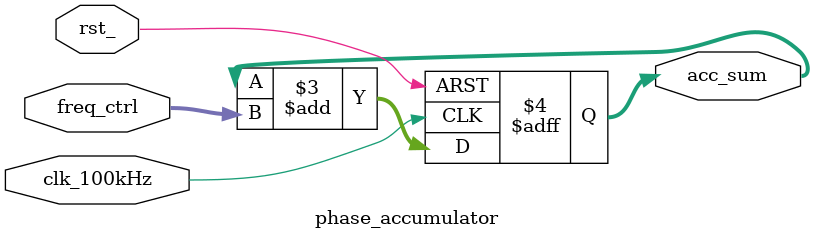
<source format=v>

`timescale 1ns / 1ps

module phase_accumulator(
    input clk_100kHz, // 100kHzÊ±ÖÓÐÅºÅ
    input rst_, // ¸´Î»ÐÅºÅ
    input [7:0] freq_ctrl, // ÆµÂÊ¿ØÖÆ×Ö
    output reg [7:0] acc_sum // NÎ»ÀÛ¼ÓºÍ
    );

    always @(posedge clk_100kHz or negedge rst_ ) begin
        if (!rst_) begin
            acc_sum <= 8'd0; // ¸´Î»Ê±£¬ÀÛ¼ÓºÍÎª0
        end else begin
            acc_sum <= acc_sum + freq_ctrl; // Ã¿¸öÊ±ÖÓÖÜÆÚ£¬ÀÛ¼ÓºÍÔö¼ÓÆµÂÊ¿ØÖÆ×Ö
        end
    end

endmodule

</source>
